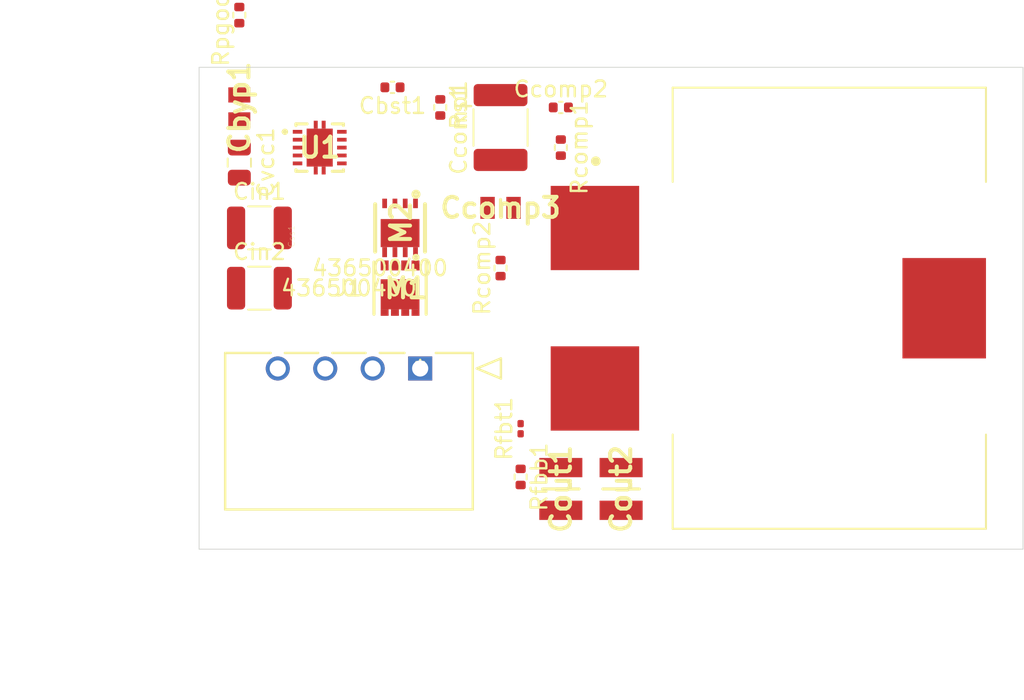
<source format=kicad_pcb>
(kicad_pcb (version 20171130) (host pcbnew "(5.1.10)-1")

  (general
    (thickness 1.6)
    (drawings 6)
    (tracks 0)
    (zones 0)
    (modules 22)
    (nets 15)
  )

  (page A4)
  (layers
    (0 F.Cu signal)
    (31 B.Cu signal)
    (32 B.Adhes user)
    (33 F.Adhes user)
    (34 B.Paste user)
    (35 F.Paste user)
    (36 B.SilkS user)
    (37 F.SilkS user)
    (38 B.Mask user)
    (39 F.Mask user)
    (40 Dwgs.User user)
    (41 Cmts.User user)
    (42 Eco1.User user)
    (43 Eco2.User user)
    (44 Edge.Cuts user)
    (45 Margin user)
    (46 B.CrtYd user)
    (47 F.CrtYd user)
    (48 B.Fab user)
    (49 F.Fab user)
  )

  (setup
    (last_trace_width 0.25)
    (user_trace_width 2)
    (trace_clearance 0.2)
    (zone_clearance 0.508)
    (zone_45_only no)
    (trace_min 0.2)
    (via_size 0.8)
    (via_drill 0.4)
    (via_min_size 0.4)
    (via_min_drill 0.3)
    (uvia_size 0.3)
    (uvia_drill 0.1)
    (uvias_allowed no)
    (uvia_min_size 0.2)
    (uvia_min_drill 0.1)
    (edge_width 0.05)
    (segment_width 0.2)
    (pcb_text_width 0.3)
    (pcb_text_size 1.5 1.5)
    (mod_edge_width 0.12)
    (mod_text_size 1 1)
    (mod_text_width 0.15)
    (pad_size 1.524 1.524)
    (pad_drill 0.762)
    (pad_to_mask_clearance 0)
    (aux_axis_origin 0 0)
    (visible_elements 7FFAFFDF)
    (pcbplotparams
      (layerselection 0x010fc_ffffffff)
      (usegerberextensions false)
      (usegerberattributes true)
      (usegerberadvancedattributes true)
      (creategerberjobfile true)
      (excludeedgelayer true)
      (linewidth 0.100000)
      (plotframeref false)
      (viasonmask false)
      (mode 1)
      (useauxorigin false)
      (hpglpennumber 1)
      (hpglpenspeed 20)
      (hpglpendiameter 15.000000)
      (psnegative false)
      (psa4output false)
      (plotreference true)
      (plotvalue true)
      (plotinvisibletext false)
      (padsonsilk false)
      (subtractmaskfromsilk false)
      (outputformat 1)
      (mirror false)
      (drillshape 1)
      (scaleselection 1)
      (outputdirectory ""))
  )

  (net 0 "")
  (net 1 "Net-(Cbst1-Pad2)")
  (net 2 "Net-(Cbst1-Pad1)")
  (net 3 Vin2)
  (net 4 "Net-(Cbyp1-Pad1)")
  (net 5 "Net-(Ccomp1-Pad2)")
  (net 6 "Net-(Ccomp1-Pad1)")
  (net 7 FB-1)
  (net 8 "Net-(Ccomp3-Pad1)")
  (net 9 Vin1)
  (net 10 Vout1)
  (net 11 "Net-(Css1-Pad1)")
  (net 12 "Net-(M1-Pad4)")
  (net 13 "Net-(M2-Pad4)")
  (net 14 "Net-(Rpgood1-Pad1)")

  (net_class Default "This is the default net class."
    (clearance 0.2)
    (trace_width 0.25)
    (via_dia 0.8)
    (via_drill 0.4)
    (uvia_dia 0.3)
    (uvia_drill 0.1)
    (add_net FB-1)
    (add_net "Net-(Cbst1-Pad1)")
    (add_net "Net-(Cbst1-Pad2)")
    (add_net "Net-(Cbyp1-Pad1)")
    (add_net "Net-(Ccomp1-Pad1)")
    (add_net "Net-(Ccomp1-Pad2)")
    (add_net "Net-(Ccomp3-Pad1)")
    (add_net "Net-(Css1-Pad1)")
    (add_net "Net-(M1-Pad4)")
    (add_net "Net-(M2-Pad4)")
    (add_net "Net-(Rpgood1-Pad1)")
    (add_net Vin1)
    (add_net Vin2)
    (add_net Vout1)
  )

  (module buck2_footprint_custom_library:436500400 (layer F.Cu) (tedit 0) (tstamp 60B51277)
    (at 64.77 102.87)
    (path /60B181C9)
    (fp_text reference J1 (at -4.499999 -5.08) (layer F.SilkS)
      (effects (font (size 1 1) (thickness 0.15)))
    )
    (fp_text value 436500400 (at -4.499999 -5.08) (layer F.SilkS)
      (effects (font (size 1 1) (thickness 0.15)))
    )
    (fp_line (start 4.594987 -2.250001) (end -13.594981 -2.250001) (layer F.CrtYd) (width 0.1524))
    (fp_line (start 4.594987 10.19) (end 4.594987 -2.250001) (layer F.CrtYd) (width 0.1524))
    (fp_line (start -13.594981 10.19) (end 4.594987 10.19) (layer F.CrtYd) (width 0.1524))
    (fp_line (start -13.594981 -2.250001) (end -13.594981 10.19) (layer F.CrtYd) (width 0.1524))
    (fp_line (start -9.447887 -0.980001) (end -12.324982 -0.980001) (layer F.SilkS) (width 0.1524))
    (fp_line (start -6.447888 -0.980001) (end -8.552107 -0.980001) (layer F.SilkS) (width 0.1524))
    (fp_line (start -3.447889 -0.980001) (end -5.552108 -0.980001) (layer F.SilkS) (width 0.1524))
    (fp_line (start -0.988924 -0.980001) (end -2.552109 -0.980001) (layer F.SilkS) (width 0.1524))
    (fp_line (start -12.324982 -0.980001) (end -12.324982 8.92) (layer F.Fab) (width 0.1524))
    (fp_line (start 3.324987 -0.980001) (end -12.324982 -0.980001) (layer F.Fab) (width 0.1524))
    (fp_line (start 3.324987 8.92) (end 3.324987 -0.980001) (layer F.Fab) (width 0.1524))
    (fp_line (start -12.324982 8.92) (end 3.324987 8.92) (layer F.Fab) (width 0.1524))
    (fp_line (start 3.324987 -0.980001) (end 0.988924 -0.980001) (layer F.SilkS) (width 0.1524))
    (fp_line (start 3.324987 8.92) (end 3.324987 -0.980001) (layer F.SilkS) (width 0.1524))
    (fp_line (start -12.324982 8.92) (end 3.324987 8.92) (layer F.SilkS) (width 0.1524))
    (fp_line (start -12.324982 -0.980001) (end -12.324982 8.92) (layer F.SilkS) (width 0.1524))
    (fp_line (start 5.102987 0.635) (end 3.578987 0) (layer F.SilkS) (width 0.1524))
    (fp_line (start 5.102987 -0.635) (end 5.102987 0.635) (layer F.SilkS) (width 0.1524))
    (fp_line (start 3.578987 0) (end 5.102987 -0.635) (layer F.SilkS) (width 0.1524))
    (fp_line (start 5.102987 0.635) (end 3.578987 0) (layer F.Fab) (width 0.1524))
    (fp_line (start 5.102987 -0.635) (end 5.102987 0.635) (layer F.Fab) (width 0.1524))
    (fp_line (start 3.578987 0) (end 5.102987 -0.635) (layer F.Fab) (width 0.1524))
    (fp_text user NPTH_DRILL_SIZE:_3.0_MM,_TOL:_+0.05/-0.05 (at -4.499999 15.4) (layer Dwgs.User)
      (effects (font (size 1 1) (thickness 0.15)))
    )
    (fp_text user PTH_DRILL_SIZE:_1.02_MM,_TOL:_+0.05/-0.05 (at -4.499999 12.86) (layer Dwgs.User)
      (effects (font (size 1 1) (thickness 0.15)))
    )
    (fp_text user 436500400 (at -2.54 -6.35) (layer F.SilkS)
      (effects (font (size 1 1) (thickness 0.15)))
    )
    (fp_text user 436500400 (at -4.499999 -10) (layer F.Fab)
      (effects (font (size 1 1) (thickness 0.15)))
    )
    (fp_text user * (at 0 0) (layer F.Fab)
      (effects (font (size 1 1) (thickness 0.15)))
    )
    (fp_text user * (at 0 0) (layer F.SilkS)
      (effects (font (size 1 1) (thickness 0.15)))
    )
    (fp_text user "Copyright 2016 Accelerated Designs. All rights reserved." (at 0 0) (layer Cmts.User)
      (effects (font (size 0.127 0.127) (thickness 0.002)))
    )
    (pad M2 np_thru_hole circle (at -6.849999 4.319999) (size 2.999999 2.999999) (drill 2.999999) (layers *.Cu *.Mask))
    (pad M1 np_thru_hole circle (at -2.150008 4.319999) (size 2.999999 2.999999) (drill 2.999999) (layers *.Cu *.Mask))
    (pad 4 thru_hole circle (at -8.999997 0) (size 1.52 1.52) (drill 1.02) (layers *.Cu *.Mask)
      (net 9 Vin1))
    (pad 3 thru_hole circle (at -5.999998 0) (size 1.52 1.52) (drill 1.02) (layers *.Cu *.Mask)
      (net 3 Vin2))
    (pad 2 thru_hole circle (at -2.999999 0) (size 1.52 1.52) (drill 1.02) (layers *.Cu *.Mask)
      (net 3 Vin2))
    (pad 1 thru_hole rect (at 0 0) (size 1.52 1.52) (drill 1.02) (layers *.Cu *.Mask)
      (net 10 Vout1))
  )

  (module buck2_footprint_custom_library:TPS40303DRCR (layer F.Cu) (tedit 0) (tstamp 60B50F0B)
    (at 58.42 88.9)
    (descr TPS40303DRCR-4)
    (tags "Integrated Circuit")
    (path /60AA79C7)
    (attr smd)
    (fp_text reference U1 (at 0 0) (layer F.SilkS)
      (effects (font (size 1.27 1.27) (thickness 0.254)))
    )
    (fp_text value TPS40303DRCR (at 5.08 0) (layer F.SilkS) hide
      (effects (font (size 1.27 1.27) (thickness 0.254)))
    )
    (fp_text user %R (at 0 0) (layer F.Fab)
      (effects (font (size 1.27 1.27) (thickness 0.254)))
    )
    (fp_arc (start -2.2 -1) (end -2.1 -1) (angle -180) (layer F.SilkS) (width 0.2))
    (fp_arc (start -2.2 -1) (end -2.3 -1) (angle -180) (layer F.SilkS) (width 0.2))
    (fp_line (start -1.5 -1.5) (end 1.5 -1.5) (layer F.Fab) (width 0.1))
    (fp_line (start 1.5 -1.5) (end 1.5 1.5) (layer F.Fab) (width 0.1))
    (fp_line (start 1.5 1.5) (end -1.5 1.5) (layer F.Fab) (width 0.1))
    (fp_line (start -1.5 1.5) (end -1.5 -1.5) (layer F.Fab) (width 0.1))
    (fp_line (start -2.7 -2.7) (end 2.7 -2.7) (layer F.CrtYd) (width 0.1))
    (fp_line (start 2.7 -2.7) (end 2.7 2.7) (layer F.CrtYd) (width 0.1))
    (fp_line (start 2.7 2.7) (end -2.7 2.7) (layer F.CrtYd) (width 0.1))
    (fp_line (start -2.7 2.7) (end -2.7 -2.7) (layer F.CrtYd) (width 0.1))
    (fp_line (start -2.1 -1) (end -2.1 -1) (layer F.SilkS) (width 0.2))
    (fp_line (start -2.3 -1) (end -2.3 -1) (layer F.SilkS) (width 0.2))
    (fp_line (start -0.8 1.5) (end -1.5 1.5) (layer F.SilkS) (width 0.2))
    (fp_line (start -1.5 1.5) (end -1.5 1.4) (layer F.SilkS) (width 0.2))
    (fp_line (start 0.8 1.5) (end 1.5 1.5) (layer F.SilkS) (width 0.2))
    (fp_line (start 1.5 1.5) (end 1.5 1.4) (layer F.SilkS) (width 0.2))
    (fp_line (start -0.8 -1.5) (end -1.5 -1.5) (layer F.SilkS) (width 0.2))
    (fp_line (start -1.5 -1.5) (end -1.5 -1.4) (layer F.SilkS) (width 0.2))
    (fp_line (start 0.8 -1.5) (end 1.5 -1.5) (layer F.SilkS) (width 0.2))
    (fp_line (start 1.5 -1.5) (end 1.5 -1.45) (layer F.SilkS) (width 0.2))
    (fp_line (start 1.5 -1.45) (end 1.5 -1.4) (layer F.SilkS) (width 0.2))
    (pad 1 smd rect (at -1.4 -1 90) (size 0.24 0.6) (layers F.Cu F.Paste F.Mask)
      (net 9 Vin1))
    (pad 2 smd rect (at -1.4 -0.5 90) (size 0.24 0.6) (layers F.Cu F.Paste F.Mask)
      (net 11 "Net-(Css1-Pad1)"))
    (pad 3 smd rect (at -1.4 0 90) (size 0.24 0.6) (layers F.Cu F.Paste F.Mask)
      (net 14 "Net-(Rpgood1-Pad1)"))
    (pad 4 smd rect (at -1.4 0.5 90) (size 0.24 0.6) (layers F.Cu F.Paste F.Mask)
      (net 5 "Net-(Ccomp1-Pad2)"))
    (pad 5 smd rect (at -1.4 1 90) (size 0.24 0.6) (layers F.Cu F.Paste F.Mask)
      (net 7 FB-1))
    (pad 6 smd rect (at 1.4 1 90) (size 0.24 0.6) (layers F.Cu F.Paste F.Mask)
      (net 2 "Net-(Cbst1-Pad1)"))
    (pad 7 smd rect (at 1.4 0.5 90) (size 0.24 0.6) (layers F.Cu F.Paste F.Mask)
      (net 12 "Net-(M1-Pad4)"))
    (pad 8 smd rect (at 1.4 0 90) (size 0.24 0.6) (layers F.Cu F.Paste F.Mask)
      (net 1 "Net-(Cbst1-Pad2)"))
    (pad 9 smd rect (at 1.4 -0.5 90) (size 0.24 0.6) (layers F.Cu F.Paste F.Mask)
      (net 13 "Net-(M2-Pad4)"))
    (pad 10 smd rect (at 1.4 -1 90) (size 0.24 0.6) (layers F.Cu F.Paste F.Mask)
      (net 4 "Net-(Cbyp1-Pad1)"))
    (pad 11 smd rect (at 0 0) (size 1.65 2.4) (layers F.Cu F.Paste F.Mask)
      (net 3 Vin2))
    (pad 12 smd rect (at -0.25 1.45) (size 0.25 0.5) (layers F.Cu F.Paste F.Mask)
      (net 3 Vin2))
    (pad 13 smd rect (at 0.25 1.45) (size 0.25 0.5) (layers F.Cu F.Paste F.Mask)
      (net 3 Vin2))
    (pad 14 smd rect (at 0.25 -1.45) (size 0.25 0.5) (layers F.Cu F.Paste F.Mask)
      (net 3 Vin2))
    (pad 15 smd rect (at -0.25 -1.45) (size 0.25 0.5) (layers F.Cu F.Paste F.Mask)
      (net 3 Vin2))
    (model TPS40303DRCR.stp
      (at (xyz 0 0 0))
      (scale (xyz 1 1 1))
      (rotate (xyz 0 0 0))
    )
  )

  (module Resistor_SMD:R_0402_1005Metric (layer F.Cu) (tedit 5F68FEEE) (tstamp 60B50FFB)
    (at 66.04 86.36 270)
    (descr "Resistor SMD 0402 (1005 Metric), square (rectangular) end terminal, IPC_7351 nominal, (Body size source: IPC-SM-782 page 72, https://www.pcb-3d.com/wordpress/wp-content/uploads/ipc-sm-782a_amendment_1_and_2.pdf), generated with kicad-footprint-generator")
    (tags resistor)
    (path /60AAF2C6)
    (attr smd)
    (fp_text reference Rs1 (at 0 -1.17 90) (layer F.SilkS)
      (effects (font (size 1 1) (thickness 0.15)))
    )
    (fp_text value 1.87kOhm (at 0 1.17 90) (layer F.Fab)
      (effects (font (size 1 1) (thickness 0.15)))
    )
    (fp_line (start 0.93 0.47) (end -0.93 0.47) (layer F.CrtYd) (width 0.05))
    (fp_line (start 0.93 -0.47) (end 0.93 0.47) (layer F.CrtYd) (width 0.05))
    (fp_line (start -0.93 -0.47) (end 0.93 -0.47) (layer F.CrtYd) (width 0.05))
    (fp_line (start -0.93 0.47) (end -0.93 -0.47) (layer F.CrtYd) (width 0.05))
    (fp_line (start -0.153641 0.38) (end 0.153641 0.38) (layer F.SilkS) (width 0.12))
    (fp_line (start -0.153641 -0.38) (end 0.153641 -0.38) (layer F.SilkS) (width 0.12))
    (fp_line (start 0.525 0.27) (end -0.525 0.27) (layer F.Fab) (width 0.1))
    (fp_line (start 0.525 -0.27) (end 0.525 0.27) (layer F.Fab) (width 0.1))
    (fp_line (start -0.525 -0.27) (end 0.525 -0.27) (layer F.Fab) (width 0.1))
    (fp_line (start -0.525 0.27) (end -0.525 -0.27) (layer F.Fab) (width 0.1))
    (fp_text user %R (at 0 0 90) (layer F.Fab)
      (effects (font (size 0.26 0.26) (thickness 0.04)))
    )
    (pad 2 smd roundrect (at 0.51 0 270) (size 0.54 0.64) (layers F.Cu F.Paste F.Mask) (roundrect_rratio 0.25)
      (net 3 Vin2))
    (pad 1 smd roundrect (at -0.51 0 270) (size 0.54 0.64) (layers F.Cu F.Paste F.Mask) (roundrect_rratio 0.25)
      (net 13 "Net-(M2-Pad4)"))
    (model ${KISYS3DMOD}/Resistor_SMD.3dshapes/R_0402_1005Metric.wrl
      (at (xyz 0 0 0))
      (scale (xyz 1 1 1))
      (rotate (xyz 0 0 0))
    )
  )

  (module Resistor_SMD:R_0402_1005Metric (layer F.Cu) (tedit 5F68FEEE) (tstamp 60B50F6B)
    (at 53.34 80.52 90)
    (descr "Resistor SMD 0402 (1005 Metric), square (rectangular) end terminal, IPC_7351 nominal, (Body size source: IPC-SM-782 page 72, https://www.pcb-3d.com/wordpress/wp-content/uploads/ipc-sm-782a_amendment_1_and_2.pdf), generated with kicad-footprint-generator")
    (tags resistor)
    (path /60AAEF86)
    (attr smd)
    (fp_text reference Rpgood1 (at 0 -1.17 90) (layer F.SilkS)
      (effects (font (size 1 1) (thickness 0.15)))
    )
    (fp_text value 100kOhm (at 0 1.17 90) (layer F.Fab)
      (effects (font (size 1 1) (thickness 0.15)))
    )
    (fp_line (start 0.93 0.47) (end -0.93 0.47) (layer F.CrtYd) (width 0.05))
    (fp_line (start 0.93 -0.47) (end 0.93 0.47) (layer F.CrtYd) (width 0.05))
    (fp_line (start -0.93 -0.47) (end 0.93 -0.47) (layer F.CrtYd) (width 0.05))
    (fp_line (start -0.93 0.47) (end -0.93 -0.47) (layer F.CrtYd) (width 0.05))
    (fp_line (start -0.153641 0.38) (end 0.153641 0.38) (layer F.SilkS) (width 0.12))
    (fp_line (start -0.153641 -0.38) (end 0.153641 -0.38) (layer F.SilkS) (width 0.12))
    (fp_line (start 0.525 0.27) (end -0.525 0.27) (layer F.Fab) (width 0.1))
    (fp_line (start 0.525 -0.27) (end 0.525 0.27) (layer F.Fab) (width 0.1))
    (fp_line (start -0.525 -0.27) (end 0.525 -0.27) (layer F.Fab) (width 0.1))
    (fp_line (start -0.525 0.27) (end -0.525 -0.27) (layer F.Fab) (width 0.1))
    (fp_text user %R (at 0 0 90) (layer F.Fab)
      (effects (font (size 0.26 0.26) (thickness 0.04)))
    )
    (pad 2 smd roundrect (at 0.51 0 90) (size 0.54 0.64) (layers F.Cu F.Paste F.Mask) (roundrect_rratio 0.25)
      (net 4 "Net-(Cbyp1-Pad1)"))
    (pad 1 smd roundrect (at -0.51 0 90) (size 0.54 0.64) (layers F.Cu F.Paste F.Mask) (roundrect_rratio 0.25)
      (net 14 "Net-(Rpgood1-Pad1)"))
    (model ${KISYS3DMOD}/Resistor_SMD.3dshapes/R_0402_1005Metric.wrl
      (at (xyz 0 0 0))
      (scale (xyz 1 1 1))
      (rotate (xyz 0 0 0))
    )
  )

  (module Resistor_SMD:R_0201_0603Metric (layer F.Cu) (tedit 5F68FEEE) (tstamp 60B50FCB)
    (at 71.12 106.68 90)
    (descr "Resistor SMD 0201 (0603 Metric), square (rectangular) end terminal, IPC_7351 nominal, (Body size source: https://www.vishay.com/docs/20052/crcw0201e3.pdf), generated with kicad-footprint-generator")
    (tags resistor)
    (path /60AAFF8A)
    (attr smd)
    (fp_text reference Rfbt1 (at 0 -1.05 90) (layer F.SilkS)
      (effects (font (size 1 1) (thickness 0.15)))
    )
    (fp_text value 10kOhm (at 0 1.05 90) (layer F.Fab)
      (effects (font (size 1 1) (thickness 0.15)))
    )
    (fp_line (start 0.7 0.35) (end -0.7 0.35) (layer F.CrtYd) (width 0.05))
    (fp_line (start 0.7 -0.35) (end 0.7 0.35) (layer F.CrtYd) (width 0.05))
    (fp_line (start -0.7 -0.35) (end 0.7 -0.35) (layer F.CrtYd) (width 0.05))
    (fp_line (start -0.7 0.35) (end -0.7 -0.35) (layer F.CrtYd) (width 0.05))
    (fp_line (start 0.3 0.15) (end -0.3 0.15) (layer F.Fab) (width 0.1))
    (fp_line (start 0.3 -0.15) (end 0.3 0.15) (layer F.Fab) (width 0.1))
    (fp_line (start -0.3 -0.15) (end 0.3 -0.15) (layer F.Fab) (width 0.1))
    (fp_line (start -0.3 0.15) (end -0.3 -0.15) (layer F.Fab) (width 0.1))
    (fp_text user %R (at 0 -0.68 90) (layer F.Fab)
      (effects (font (size 0.25 0.25) (thickness 0.04)))
    )
    (pad 2 smd roundrect (at 0.32 0 90) (size 0.46 0.4) (layers F.Cu F.Mask) (roundrect_rratio 0.25)
      (net 7 FB-1))
    (pad 1 smd roundrect (at -0.32 0 90) (size 0.46 0.4) (layers F.Cu F.Mask) (roundrect_rratio 0.25)
      (net 10 Vout1))
    (pad "" smd roundrect (at 0.345 0 90) (size 0.318 0.36) (layers F.Paste) (roundrect_rratio 0.25))
    (pad "" smd roundrect (at -0.345 0 90) (size 0.318 0.36) (layers F.Paste) (roundrect_rratio 0.25))
    (model ${KISYS3DMOD}/Resistor_SMD.3dshapes/R_0201_0603Metric.wrl
      (at (xyz 0 0 0))
      (scale (xyz 1 1 1))
      (rotate (xyz 0 0 0))
    )
  )

  (module Resistor_SMD:R_0402_1005Metric (layer F.Cu) (tedit 5F68FEEE) (tstamp 60B50F9B)
    (at 71.12 109.73 270)
    (descr "Resistor SMD 0402 (1005 Metric), square (rectangular) end terminal, IPC_7351 nominal, (Body size source: IPC-SM-782 page 72, https://www.pcb-3d.com/wordpress/wp-content/uploads/ipc-sm-782a_amendment_1_and_2.pdf), generated with kicad-footprint-generator")
    (tags resistor)
    (path /60AAF7FE)
    (attr smd)
    (fp_text reference Rfbb1 (at 0 -1.17 90) (layer F.SilkS)
      (effects (font (size 1 1) (thickness 0.15)))
    )
    (fp_text value 715Ohm (at 0 1.17 90) (layer F.Fab)
      (effects (font (size 1 1) (thickness 0.15)))
    )
    (fp_line (start 0.93 0.47) (end -0.93 0.47) (layer F.CrtYd) (width 0.05))
    (fp_line (start 0.93 -0.47) (end 0.93 0.47) (layer F.CrtYd) (width 0.05))
    (fp_line (start -0.93 -0.47) (end 0.93 -0.47) (layer F.CrtYd) (width 0.05))
    (fp_line (start -0.93 0.47) (end -0.93 -0.47) (layer F.CrtYd) (width 0.05))
    (fp_line (start -0.153641 0.38) (end 0.153641 0.38) (layer F.SilkS) (width 0.12))
    (fp_line (start -0.153641 -0.38) (end 0.153641 -0.38) (layer F.SilkS) (width 0.12))
    (fp_line (start 0.525 0.27) (end -0.525 0.27) (layer F.Fab) (width 0.1))
    (fp_line (start 0.525 -0.27) (end 0.525 0.27) (layer F.Fab) (width 0.1))
    (fp_line (start -0.525 -0.27) (end 0.525 -0.27) (layer F.Fab) (width 0.1))
    (fp_line (start -0.525 0.27) (end -0.525 -0.27) (layer F.Fab) (width 0.1))
    (fp_text user %R (at 0 0 90) (layer F.Fab)
      (effects (font (size 0.26 0.26) (thickness 0.04)))
    )
    (pad 2 smd roundrect (at 0.51 0 270) (size 0.54 0.64) (layers F.Cu F.Paste F.Mask) (roundrect_rratio 0.25)
      (net 3 Vin2))
    (pad 1 smd roundrect (at -0.51 0 270) (size 0.54 0.64) (layers F.Cu F.Paste F.Mask) (roundrect_rratio 0.25)
      (net 7 FB-1))
    (model ${KISYS3DMOD}/Resistor_SMD.3dshapes/R_0402_1005Metric.wrl
      (at (xyz 0 0 0))
      (scale (xyz 1 1 1))
      (rotate (xyz 0 0 0))
    )
  )

  (module Resistor_SMD:R_0402_1005Metric (layer F.Cu) (tedit 5F68FEEE) (tstamp 60B50EC3)
    (at 69.85 96.52 90)
    (descr "Resistor SMD 0402 (1005 Metric), square (rectangular) end terminal, IPC_7351 nominal, (Body size source: IPC-SM-782 page 72, https://www.pcb-3d.com/wordpress/wp-content/uploads/ipc-sm-782a_amendment_1_and_2.pdf), generated with kicad-footprint-generator")
    (tags resistor)
    (path /60AB93E4)
    (attr smd)
    (fp_text reference Rcomp2 (at 0 -1.17 90) (layer F.SilkS)
      (effects (font (size 1 1) (thickness 0.15)))
    )
    (fp_text value 191Ohm (at 0 1.17 180) (layer F.Fab)
      (effects (font (size 1 1) (thickness 0.15)))
    )
    (fp_line (start 0.93 0.47) (end -0.93 0.47) (layer F.CrtYd) (width 0.05))
    (fp_line (start 0.93 -0.47) (end 0.93 0.47) (layer F.CrtYd) (width 0.05))
    (fp_line (start -0.93 -0.47) (end 0.93 -0.47) (layer F.CrtYd) (width 0.05))
    (fp_line (start -0.93 0.47) (end -0.93 -0.47) (layer F.CrtYd) (width 0.05))
    (fp_line (start -0.153641 0.38) (end 0.153641 0.38) (layer F.SilkS) (width 0.12))
    (fp_line (start -0.153641 -0.38) (end 0.153641 -0.38) (layer F.SilkS) (width 0.12))
    (fp_line (start 0.525 0.27) (end -0.525 0.27) (layer F.Fab) (width 0.1))
    (fp_line (start 0.525 -0.27) (end 0.525 0.27) (layer F.Fab) (width 0.1))
    (fp_line (start -0.525 -0.27) (end 0.525 -0.27) (layer F.Fab) (width 0.1))
    (fp_line (start -0.525 0.27) (end -0.525 -0.27) (layer F.Fab) (width 0.1))
    (fp_text user %R (at 0 0 90) (layer F.Fab)
      (effects (font (size 0.26 0.26) (thickness 0.04)))
    )
    (pad 2 smd roundrect (at 0.51 0 90) (size 0.54 0.64) (layers F.Cu F.Paste F.Mask) (roundrect_rratio 0.25)
      (net 8 "Net-(Ccomp3-Pad1)"))
    (pad 1 smd roundrect (at -0.51 0 90) (size 0.54 0.64) (layers F.Cu F.Paste F.Mask) (roundrect_rratio 0.25)
      (net 10 Vout1))
    (model ${KISYS3DMOD}/Resistor_SMD.3dshapes/R_0402_1005Metric.wrl
      (at (xyz 0 0 0))
      (scale (xyz 1 1 1))
      (rotate (xyz 0 0 0))
    )
  )

  (module Resistor_SMD:R_0402_1005Metric (layer F.Cu) (tedit 5F68FEEE) (tstamp 60B510B8)
    (at 73.66 88.9 270)
    (descr "Resistor SMD 0402 (1005 Metric), square (rectangular) end terminal, IPC_7351 nominal, (Body size source: IPC-SM-782 page 72, https://www.pcb-3d.com/wordpress/wp-content/uploads/ipc-sm-782a_amendment_1_and_2.pdf), generated with kicad-footprint-generator")
    (tags resistor)
    (path /60AAE3A2)
    (attr smd)
    (fp_text reference Rcomp1 (at 0 -1.17 90) (layer F.SilkS)
      (effects (font (size 1 1) (thickness 0.15)))
    )
    (fp_text value 2.43kOhm (at 0 1.17 90) (layer F.Fab)
      (effects (font (size 1 1) (thickness 0.15)))
    )
    (fp_line (start 0.93 0.47) (end -0.93 0.47) (layer F.CrtYd) (width 0.05))
    (fp_line (start 0.93 -0.47) (end 0.93 0.47) (layer F.CrtYd) (width 0.05))
    (fp_line (start -0.93 -0.47) (end 0.93 -0.47) (layer F.CrtYd) (width 0.05))
    (fp_line (start -0.93 0.47) (end -0.93 -0.47) (layer F.CrtYd) (width 0.05))
    (fp_line (start -0.153641 0.38) (end 0.153641 0.38) (layer F.SilkS) (width 0.12))
    (fp_line (start -0.153641 -0.38) (end 0.153641 -0.38) (layer F.SilkS) (width 0.12))
    (fp_line (start 0.525 0.27) (end -0.525 0.27) (layer F.Fab) (width 0.1))
    (fp_line (start 0.525 -0.27) (end 0.525 0.27) (layer F.Fab) (width 0.1))
    (fp_line (start -0.525 -0.27) (end 0.525 -0.27) (layer F.Fab) (width 0.1))
    (fp_line (start -0.525 0.27) (end -0.525 -0.27) (layer F.Fab) (width 0.1))
    (fp_text user %R (at 0 0 90) (layer F.Fab)
      (effects (font (size 0.26 0.26) (thickness 0.04)))
    )
    (pad 2 smd roundrect (at 0.51 0 270) (size 0.54 0.64) (layers F.Cu F.Paste F.Mask) (roundrect_rratio 0.25)
      (net 7 FB-1))
    (pad 1 smd roundrect (at -0.51 0 270) (size 0.54 0.64) (layers F.Cu F.Paste F.Mask) (roundrect_rratio 0.25)
      (net 6 "Net-(Ccomp1-Pad1)"))
    (model ${KISYS3DMOD}/Resistor_SMD.3dshapes/R_0402_1005Metric.wrl
      (at (xyz 0 0 0))
      (scale (xyz 1 1 1))
      (rotate (xyz 0 0 0))
    )
  )

  (module buck2_footprint_custom_library:Q3A (layer F.Cu) (tedit 0) (tstamp 60B511D6)
    (at 63.5 93.98 270)
    (descr Q3A)
    (tags "MOSFET (N-Channel)")
    (path /60AE1043)
    (attr smd)
    (fp_text reference M2 (at -0.329 -0.055 90) (layer F.SilkS)
      (effects (font (size 1.27 1.27) (thickness 0.254)))
    )
    (fp_text value 30V,35Amps (at -0.329 -0.055 90) (layer F.SilkS) hide
      (effects (font (size 1.27 1.27) (thickness 0.254)))
    )
    (fp_circle (center -2.13 -1.006) (end -2.13 -0.97369) (layer F.SilkS) (width 0.254))
    (fp_line (start 1.5 1.575) (end -1.5 1.575) (layer F.SilkS) (width 0.254))
    (fp_line (start -1.5 -1.575) (end 1.5 -1.575) (layer F.SilkS) (width 0.254))
    (fp_line (start -1.5 1.575) (end -1.5 -1.575) (layer F.Fab) (width 0.254))
    (fp_line (start 1.5 1.575) (end -1.5 1.575) (layer F.Fab) (width 0.254))
    (fp_line (start 1.5 -1.575) (end 1.5 1.575) (layer F.Fab) (width 0.254))
    (fp_line (start -1.5 -1.575) (end 1.5 -1.575) (layer F.Fab) (width 0.254))
    (fp_text user %R (at -0.329 -0.055 90) (layer F.Fab)
      (effects (font (size 1.27 1.27) (thickness 0.254)))
    )
    (pad 9 smd rect (at 0.3275 0 270) (size 1.775 2.45) (layers F.Cu F.Paste F.Mask))
    (pad 8 smd rect (at 1.5325 -0.975) (size 0.3 0.635) (layers F.Cu F.Paste F.Mask)
      (net 1 "Net-(Cbst1-Pad2)"))
    (pad 7 smd rect (at 1.5325 -0.325) (size 0.3 0.635) (layers F.Cu F.Paste F.Mask)
      (net 1 "Net-(Cbst1-Pad2)"))
    (pad 6 smd rect (at 1.5325 0.325) (size 0.3 0.635) (layers F.Cu F.Paste F.Mask)
      (net 1 "Net-(Cbst1-Pad2)"))
    (pad 5 smd rect (at 1.5325 0.975) (size 0.3 0.635) (layers F.Cu F.Paste F.Mask)
      (net 1 "Net-(Cbst1-Pad2)"))
    (pad 4 smd rect (at -1.55 0.975) (size 0.3 0.6) (layers F.Cu F.Paste F.Mask)
      (net 13 "Net-(M2-Pad4)"))
    (pad 3 smd rect (at -1.55 0.325) (size 0.3 0.6) (layers F.Cu F.Paste F.Mask)
      (net 3 Vin2))
    (pad 2 smd rect (at -1.55 -0.325) (size 0.3 0.6) (layers F.Cu F.Paste F.Mask)
      (net 3 Vin2))
    (pad 1 smd rect (at -1.55 -0.975) (size 0.3 0.6) (layers F.Cu F.Paste F.Mask)
      (net 3 Vin2))
  )

  (module buck2_footprint_custom_library:DQG_VSON-CLIP (layer F.Cu) (tedit 0) (tstamp 60B51119)
    (at 63.5 97.79 180)
    (descr DQG_VSON-CLIP)
    (tags "MOSFET (N-Channel)")
    (path /60AE00A4)
    (attr smd)
    (fp_text reference M1 (at -0.36791 -0.00685) (layer F.SilkS)
      (effects (font (size 1.27 1.27) (thickness 0.254)))
    )
    (fp_text value 30V,56Amps (at -0.36791 -0.00685) (layer F.SilkS) hide
      (effects (font (size 1.27 1.27) (thickness 0.254)))
    )
    (fp_circle (center -1.001 1.946) (end -1.001 1.973) (layer F.SilkS) (width 0.2))
    (fp_line (start 1.65 1.65) (end 1.65 -1.65) (layer F.SilkS) (width 0.2))
    (fp_line (start -1.65 -1.65) (end -1.65 1.65) (layer F.SilkS) (width 0.2))
    (fp_line (start -1.65 1.65) (end -1.65 -1.65) (layer F.Fab) (width 0.2))
    (fp_line (start 1.65 1.65) (end -1.65 1.65) (layer F.Fab) (width 0.2))
    (fp_line (start 1.65 -1.65) (end 1.65 1.65) (layer F.Fab) (width 0.2))
    (fp_line (start -1.65 -1.65) (end 1.65 -1.65) (layer F.Fab) (width 0.2))
    (fp_text user %R (at -0.36791 -0.00685) (layer F.Fab)
      (effects (font (size 1.27 1.27) (thickness 0.254)))
    )
    (pad 1 smd rect (at -0.975 1.435 180) (size 0.5 0.63) (layers F.Cu F.Paste F.Mask)
      (net 1 "Net-(Cbst1-Pad2)"))
    (pad 2 smd rect (at -0.325 1.435 180) (size 0.5 0.63) (layers F.Cu F.Paste F.Mask)
      (net 1 "Net-(Cbst1-Pad2)"))
    (pad 3 smd rect (at 0.325 1.435 180) (size 0.5 0.63) (layers F.Cu F.Paste F.Mask)
      (net 1 "Net-(Cbst1-Pad2)"))
    (pad 4 smd rect (at 0.975 1.435 180) (size 0.5 0.63) (layers F.Cu F.Paste F.Mask)
      (net 12 "Net-(M1-Pad4)"))
    (pad 5 smd rect (at 0.975 -1.545 270) (size 0.41 0.5) (layers F.Cu F.Paste F.Mask)
      (net 9 Vin1))
    (pad 6 smd rect (at 0.325 -1.545 270) (size 0.41 0.5) (layers F.Cu F.Paste F.Mask)
      (net 9 Vin1))
    (pad 7 smd rect (at -0.325 -1.545 270) (size 0.41 0.5) (layers F.Cu F.Paste F.Mask)
      (net 9 Vin1))
    (pad 8 smd rect (at -0.975 -1.545 270) (size 0.41 0.5) (layers F.Cu F.Paste F.Mask)
      (net 9 Vin1))
    (pad 9 smd rect (at 0 -0.39 270) (size 1.9 2.45) (layers F.Cu F.Paste F.Mask))
  )

  (module buck2_footprint_custom_library:IND_SER2915L-223KL (layer F.Cu) (tedit 60B2533D) (tstamp 60B51219)
    (at 90.17 99.06 270)
    (path /60B2800C)
    (fp_text reference L1 (at -10.795 -13.335 90) (layer F.SilkS)
      (effects (font (size 1 1) (thickness 0.015)))
    )
    (fp_text value SER2915L-223KL (at 3.81 18.415 90) (layer F.Fab)
      (effects (font (size 1 1) (thickness 0.015)))
    )
    (fp_circle (center -9.3 14.3) (end -9.15 14.3) (layer F.Fab) (width 0.3))
    (fp_circle (center -9.3 14.3) (end -9.15 14.3) (layer F.SilkS) (width 0.3))
    (fp_circle (center -9.3 14.3) (end -9.15 14.3) (layer F.SilkS) (width 0.3))
    (fp_line (start -14.2 9.69) (end -14.2 -11.85) (layer F.CrtYd) (width 0.05))
    (fp_line (start -7.99 9.69) (end -14.2 9.69) (layer F.CrtYd) (width 0.05))
    (fp_line (start -7.99 17.4) (end -7.99 9.69) (layer F.CrtYd) (width 0.05))
    (fp_line (start 7.99 17.4) (end -7.99 17.4) (layer F.CrtYd) (width 0.05))
    (fp_line (start 7.99 9.69) (end 7.99 17.4) (layer F.CrtYd) (width 0.05))
    (fp_line (start 14.2 9.69) (end 7.99 9.69) (layer F.CrtYd) (width 0.05))
    (fp_line (start 14.2 -11.85) (end 14.2 9.69) (layer F.CrtYd) (width 0.05))
    (fp_line (start -14.2 -11.85) (end 14.2 -11.85) (layer F.CrtYd) (width 0.05))
    (fp_line (start -7.99 9.44) (end -13.95 9.44) (layer F.SilkS) (width 0.127))
    (fp_line (start 13.95 9.44) (end 7.99 9.44) (layer F.SilkS) (width 0.127))
    (fp_line (start 13.95 -10.36) (end 13.95 9.44) (layer F.SilkS) (width 0.127))
    (fp_line (start -13.95 9.44) (end -13.95 -10.36) (layer F.SilkS) (width 0.127))
    (fp_line (start 7.99 -10.36) (end 13.95 -10.36) (layer F.SilkS) (width 0.127))
    (fp_line (start -13.95 -10.36) (end -7.99 -10.36) (layer F.SilkS) (width 0.127))
    (fp_line (start -13.95 9.44) (end -13.95 -10.36) (layer F.Fab) (width 0.127))
    (fp_line (start 13.95 9.44) (end -13.95 9.44) (layer F.Fab) (width 0.127))
    (fp_line (start 13.95 -10.36) (end 13.95 9.44) (layer F.Fab) (width 0.127))
    (fp_line (start -13.95 -10.36) (end 13.95 -10.36) (layer F.Fab) (width 0.127))
    (pad 1 smd rect (at -5.075 14.355 270) (size 5.33 5.59) (layers F.Cu F.Paste F.Mask)
      (net 1 "Net-(Cbst1-Pad2)"))
    (pad 2 smd rect (at 5.075 14.355 270) (size 5.33 5.59) (layers F.Cu F.Paste F.Mask)
      (net 10 Vout1))
    (pad 3 smd rect (at 0 -7.72 270) (size 6.35 5.28) (layers F.Cu F.Paste F.Mask))
  )

  (module Capacitor_SMD:C_0805_2012Metric (layer F.Cu) (tedit 5F68FEEE) (tstamp 60B51151)
    (at 53.34 89.85 270)
    (descr "Capacitor SMD 0805 (2012 Metric), square (rectangular) end terminal, IPC_7351 nominal, (Body size source: IPC-SM-782 page 76, https://www.pcb-3d.com/wordpress/wp-content/uploads/ipc-sm-782a_amendment_1_and_2.pdf, https://docs.google.com/spreadsheets/d/1BsfQQcO9C6DZCsRaXUlFlo91Tg2WpOkGARC1WS5S8t0/edit?usp=sharing), generated with kicad-footprint-generator")
    (tags capacitor)
    (path /60AACC27)
    (attr smd)
    (fp_text reference Cvcc1 (at 0 -1.68 90) (layer F.SilkS)
      (effects (font (size 1 1) (thickness 0.15)))
    )
    (fp_text value 1uF,1mOhm (at -2.54 -1.27 90) (layer F.Fab)
      (effects (font (size 1 1) (thickness 0.15)))
    )
    (fp_line (start 1.7 0.98) (end -1.7 0.98) (layer F.CrtYd) (width 0.05))
    (fp_line (start 1.7 -0.98) (end 1.7 0.98) (layer F.CrtYd) (width 0.05))
    (fp_line (start -1.7 -0.98) (end 1.7 -0.98) (layer F.CrtYd) (width 0.05))
    (fp_line (start -1.7 0.98) (end -1.7 -0.98) (layer F.CrtYd) (width 0.05))
    (fp_line (start -0.261252 0.735) (end 0.261252 0.735) (layer F.SilkS) (width 0.12))
    (fp_line (start -0.261252 -0.735) (end 0.261252 -0.735) (layer F.SilkS) (width 0.12))
    (fp_line (start 1 0.625) (end -1 0.625) (layer F.Fab) (width 0.1))
    (fp_line (start 1 -0.625) (end 1 0.625) (layer F.Fab) (width 0.1))
    (fp_line (start -1 -0.625) (end 1 -0.625) (layer F.Fab) (width 0.1))
    (fp_line (start -1 0.625) (end -1 -0.625) (layer F.Fab) (width 0.1))
    (fp_text user %R (at 0 0 90) (layer F.Fab)
      (effects (font (size 0.5 0.5) (thickness 0.08)))
    )
    (pad 2 smd roundrect (at 0.95 0 270) (size 1 1.45) (layers F.Cu F.Paste F.Mask) (roundrect_rratio 0.25)
      (net 9 Vin1))
    (pad 1 smd roundrect (at -0.95 0 270) (size 1 1.45) (layers F.Cu F.Paste F.Mask) (roundrect_rratio 0.25)
      (net 3 Vin2))
    (model ${KISYS3DMOD}/Capacitor_SMD.3dshapes/C_0805_2012Metric.wrl
      (at (xyz 0 0 0))
      (scale (xyz 1 1 1))
      (rotate (xyz 0 0 0))
    )
  )

  (module buck2_footprint_custom_library:CAPC0603X33N (layer F.Cu) (tedit 60B266C4) (tstamp 60B5117E)
    (at 55.88 93.98 270)
    (path /60B291E6)
    (fp_text reference Css1 (at 0.53 -0.76 90) (layer F.SilkS)
      (effects (font (size 0.393701 0.393701) (thickness 0.015)))
    )
    (fp_text value 3.3nF,1mOhm (at 2.28 0.76 90) (layer F.Fab)
      (effects (font (size 0.393701 0.393701) (thickness 0.015)))
    )
    (fp_line (start 0.718 0.448) (end 0.718 -0.448) (layer F.CrtYd) (width 0.05))
    (fp_line (start -0.718 0.448) (end -0.718 -0.448) (layer F.CrtYd) (width 0.05))
    (fp_line (start -0.718 -0.448) (end 0.718 -0.448) (layer F.CrtYd) (width 0.05))
    (fp_line (start -0.718 0.448) (end 0.718 0.448) (layer F.CrtYd) (width 0.05))
    (fp_line (start -0.32 0.16) (end -0.32 -0.16) (layer F.Fab) (width 0.127))
    (fp_line (start 0.32 0.16) (end 0.32 -0.16) (layer F.Fab) (width 0.127))
    (fp_line (start 0.32 -0.16) (end -0.32 -0.16) (layer F.Fab) (width 0.127))
    (fp_line (start 0.32 0.16) (end -0.32 0.16) (layer F.Fab) (width 0.127))
    (pad 1 smd rect (at -0.281 0 270) (size 0.38 0.4) (layers F.Cu F.Paste F.Mask)
      (net 11 "Net-(Css1-Pad1)"))
    (pad 2 smd rect (at 0.281 0 270) (size 0.38 0.4) (layers F.Cu F.Paste F.Mask)
      (net 3 Vin2))
  )

  (module buck2_footprint_custom_library:CAPC3225X270N (layer F.Cu) (tedit 0) (tstamp 60B510E7)
    (at 77.47 110.49 90)
    (descr 1210)
    (tags Capacitor)
    (path /60AB6E9A)
    (attr smd)
    (fp_text reference Cout2 (at 0 0 90) (layer F.SilkS)
      (effects (font (size 1.27 1.27) (thickness 0.254)))
    )
    (fp_text value 22uF,1mOhm (at 0 0 90) (layer F.SilkS) hide
      (effects (font (size 1.27 1.27) (thickness 0.254)))
    )
    (fp_line (start 0 -1.15) (end 0 1.15) (layer F.SilkS) (width 0.2))
    (fp_line (start -1.6 1.25) (end -1.6 -1.25) (layer F.Fab) (width 0.1))
    (fp_line (start 1.6 1.25) (end -1.6 1.25) (layer F.Fab) (width 0.1))
    (fp_line (start 1.6 -1.25) (end 1.6 1.25) (layer F.Fab) (width 0.1))
    (fp_line (start -1.6 -1.25) (end 1.6 -1.25) (layer F.Fab) (width 0.1))
    (fp_line (start -2.11 1.51) (end -2.11 -1.51) (layer F.CrtYd) (width 0.05))
    (fp_line (start 2.11 1.51) (end -2.11 1.51) (layer F.CrtYd) (width 0.05))
    (fp_line (start 2.11 -1.51) (end 2.11 1.51) (layer F.CrtYd) (width 0.05))
    (fp_line (start -2.11 -1.51) (end 2.11 -1.51) (layer F.CrtYd) (width 0.05))
    (fp_text user %R (at 0 0 90) (layer F.Fab)
      (effects (font (size 1.27 1.27) (thickness 0.254)))
    )
    (pad 2 smd rect (at 1.35 0 90) (size 1.22 2.72) (layers F.Cu F.Paste F.Mask)
      (net 10 Vout1))
    (pad 1 smd rect (at -1.35 0 90) (size 1.22 2.72) (layers F.Cu F.Paste F.Mask)
      (net 3 Vin2))
    (model TMK325B7226KMHP.stp
      (at (xyz 0 0 0))
      (scale (xyz 1 1 1))
      (rotate (xyz 0 0 0))
    )
  )

  (module buck2_footprint_custom_library:CAPC3225X270N (layer F.Cu) (tedit 0) (tstamp 60B51306)
    (at 73.66 110.49 90)
    (descr 1210)
    (tags Capacitor)
    (path /60AB6532)
    (attr smd)
    (fp_text reference Cout1 (at 0 0 90) (layer F.SilkS)
      (effects (font (size 1.27 1.27) (thickness 0.254)))
    )
    (fp_text value 22uF,1mOhm (at 0 0 90) (layer F.SilkS) hide
      (effects (font (size 1.27 1.27) (thickness 0.254)))
    )
    (fp_line (start 0 -1.15) (end 0 1.15) (layer F.SilkS) (width 0.2))
    (fp_line (start -1.6 1.25) (end -1.6 -1.25) (layer F.Fab) (width 0.1))
    (fp_line (start 1.6 1.25) (end -1.6 1.25) (layer F.Fab) (width 0.1))
    (fp_line (start 1.6 -1.25) (end 1.6 1.25) (layer F.Fab) (width 0.1))
    (fp_line (start -1.6 -1.25) (end 1.6 -1.25) (layer F.Fab) (width 0.1))
    (fp_line (start -2.11 1.51) (end -2.11 -1.51) (layer F.CrtYd) (width 0.05))
    (fp_line (start 2.11 1.51) (end -2.11 1.51) (layer F.CrtYd) (width 0.05))
    (fp_line (start 2.11 -1.51) (end 2.11 1.51) (layer F.CrtYd) (width 0.05))
    (fp_line (start -2.11 -1.51) (end 2.11 -1.51) (layer F.CrtYd) (width 0.05))
    (fp_text user %R (at 0 0 90) (layer F.Fab)
      (effects (font (size 1.27 1.27) (thickness 0.254)))
    )
    (pad 2 smd rect (at 1.35 0 90) (size 1.22 2.72) (layers F.Cu F.Paste F.Mask)
      (net 10 Vout1))
    (pad 1 smd rect (at -1.35 0 90) (size 1.22 2.72) (layers F.Cu F.Paste F.Mask)
      (net 3 Vin2))
    (model TMK325B7226KMHP.stp
      (at (xyz 0 0 0))
      (scale (xyz 1 1 1))
      (rotate (xyz 0 0 0))
    )
  )

  (module Capacitor_SMD:C_1210_3225Metric (layer F.Cu) (tedit 5F68FEEE) (tstamp 60B5102B)
    (at 54.61 97.79)
    (descr "Capacitor SMD 1210 (3225 Metric), square (rectangular) end terminal, IPC_7351 nominal, (Body size source: IPC-SM-782 page 76, https://www.pcb-3d.com/wordpress/wp-content/uploads/ipc-sm-782a_amendment_1_and_2.pdf), generated with kicad-footprint-generator")
    (tags capacitor)
    (path /60B26477)
    (attr smd)
    (fp_text reference Cin2 (at 0 -2.3) (layer F.SilkS)
      (effects (font (size 1 1) (thickness 0.15)))
    )
    (fp_text value 10uF,1mOhm (at 2.54 2.3) (layer F.Fab)
      (effects (font (size 1 1) (thickness 0.15)))
    )
    (fp_line (start 2.3 1.6) (end -2.3 1.6) (layer F.CrtYd) (width 0.05))
    (fp_line (start 2.3 -1.6) (end 2.3 1.6) (layer F.CrtYd) (width 0.05))
    (fp_line (start -2.3 -1.6) (end 2.3 -1.6) (layer F.CrtYd) (width 0.05))
    (fp_line (start -2.3 1.6) (end -2.3 -1.6) (layer F.CrtYd) (width 0.05))
    (fp_line (start -0.711252 1.36) (end 0.711252 1.36) (layer F.SilkS) (width 0.12))
    (fp_line (start -0.711252 -1.36) (end 0.711252 -1.36) (layer F.SilkS) (width 0.12))
    (fp_line (start 1.6 1.25) (end -1.6 1.25) (layer F.Fab) (width 0.1))
    (fp_line (start 1.6 -1.25) (end 1.6 1.25) (layer F.Fab) (width 0.1))
    (fp_line (start -1.6 -1.25) (end 1.6 -1.25) (layer F.Fab) (width 0.1))
    (fp_line (start -1.6 1.25) (end -1.6 -1.25) (layer F.Fab) (width 0.1))
    (fp_text user %R (at 0 0) (layer F.Fab)
      (effects (font (size 0.8 0.8) (thickness 0.12)))
    )
    (pad 2 smd roundrect (at 1.475 0) (size 1.15 2.7) (layers F.Cu F.Paste F.Mask) (roundrect_rratio 0.217391)
      (net 3 Vin2))
    (pad 1 smd roundrect (at -1.475 0) (size 1.15 2.7) (layers F.Cu F.Paste F.Mask) (roundrect_rratio 0.217391)
      (net 9 Vin1))
    (model ${KISYS3DMOD}/Capacitor_SMD.3dshapes/C_1210_3225Metric.wrl
      (at (xyz 0 0 0))
      (scale (xyz 1 1 1))
      (rotate (xyz 0 0 0))
    )
  )

  (module Capacitor_SMD:C_1210_3225Metric (layer F.Cu) (tedit 5F68FEEE) (tstamp 60B51334)
    (at 54.61 93.98)
    (descr "Capacitor SMD 1210 (3225 Metric), square (rectangular) end terminal, IPC_7351 nominal, (Body size source: IPC-SM-782 page 76, https://www.pcb-3d.com/wordpress/wp-content/uploads/ipc-sm-782a_amendment_1_and_2.pdf), generated with kicad-footprint-generator")
    (tags capacitor)
    (path /60B28572)
    (attr smd)
    (fp_text reference Cin1 (at 0 -2.3) (layer F.SilkS)
      (effects (font (size 1 1) (thickness 0.15)))
    )
    (fp_text value 10uF,1mOhm (at 2.54 2.3) (layer F.Fab)
      (effects (font (size 1 1) (thickness 0.15)))
    )
    (fp_text user %R (at 0 0) (layer F.Fab)
      (effects (font (size 0.8 0.8) (thickness 0.12)))
    )
    (fp_line (start -1.6 1.25) (end -1.6 -1.25) (layer F.Fab) (width 0.1))
    (fp_line (start -1.6 -1.25) (end 1.6 -1.25) (layer F.Fab) (width 0.1))
    (fp_line (start 1.6 -1.25) (end 1.6 1.25) (layer F.Fab) (width 0.1))
    (fp_line (start 1.6 1.25) (end -1.6 1.25) (layer F.Fab) (width 0.1))
    (fp_line (start -0.711252 -1.36) (end 0.711252 -1.36) (layer F.SilkS) (width 0.12))
    (fp_line (start -0.711252 1.36) (end 0.711252 1.36) (layer F.SilkS) (width 0.12))
    (fp_line (start -2.3 1.6) (end -2.3 -1.6) (layer F.CrtYd) (width 0.05))
    (fp_line (start -2.3 -1.6) (end 2.3 -1.6) (layer F.CrtYd) (width 0.05))
    (fp_line (start 2.3 -1.6) (end 2.3 1.6) (layer F.CrtYd) (width 0.05))
    (fp_line (start 2.3 1.6) (end -2.3 1.6) (layer F.CrtYd) (width 0.05))
    (pad 1 smd roundrect (at -1.475 0) (size 1.15 2.7) (layers F.Cu F.Paste F.Mask) (roundrect_rratio 0.217391)
      (net 9 Vin1))
    (pad 2 smd roundrect (at 1.475 0) (size 1.15 2.7) (layers F.Cu F.Paste F.Mask) (roundrect_rratio 0.217391)
      (net 3 Vin2))
    (model ${KISYS3DMOD}/Capacitor_SMD.3dshapes/C_1210_3225Metric.wrl
      (at (xyz 0 0 0))
      (scale (xyz 1 1 1))
      (rotate (xyz 0 0 0))
    )
  )

  (module buck2_footprint_custom_library:CAPC2012X75N (layer F.Cu) (tedit 0) (tstamp 60B5105A)
    (at 69.85 92.71)
    (descr CL21C331JBANNNC)
    (tags Capacitor)
    (path /60AB7C8D)
    (attr smd)
    (fp_text reference Ccomp3 (at 0 0) (layer F.SilkS)
      (effects (font (size 1.27 1.27) (thickness 0.254)))
    )
    (fp_text value 4.7nF,0Ohm (at 0 0) (layer F.SilkS) hide
      (effects (font (size 1.27 1.27) (thickness 0.254)))
    )
    (fp_line (start 0 -0.525) (end 0 0.525) (layer F.SilkS) (width 0.2))
    (fp_line (start -1 0.625) (end -1 -0.625) (layer F.Fab) (width 0.1))
    (fp_line (start 1 0.625) (end -1 0.625) (layer F.Fab) (width 0.1))
    (fp_line (start 1 -0.625) (end 1 0.625) (layer F.Fab) (width 0.1))
    (fp_line (start -1 -0.625) (end 1 -0.625) (layer F.Fab) (width 0.1))
    (fp_line (start -1.425 0.85) (end -1.425 -0.85) (layer F.CrtYd) (width 0.05))
    (fp_line (start 1.425 0.85) (end -1.425 0.85) (layer F.CrtYd) (width 0.05))
    (fp_line (start 1.425 -0.85) (end 1.425 0.85) (layer F.CrtYd) (width 0.05))
    (fp_line (start -1.425 -0.85) (end 1.425 -0.85) (layer F.CrtYd) (width 0.05))
    (fp_text user %R (at 0 0) (layer F.Fab)
      (effects (font (size 1.27 1.27) (thickness 0.254)))
    )
    (pad 2 smd rect (at 0.82 0) (size 0.91 1.39) (layers F.Cu F.Paste F.Mask)
      (net 7 FB-1))
    (pad 1 smd rect (at -0.82 0) (size 0.91 1.39) (layers F.Cu F.Paste F.Mask)
      (net 8 "Net-(Ccomp3-Pad1)"))
    (model CL21C331JBANNNC.stp
      (at (xyz 0 0 0))
      (scale (xyz 1 1 1))
      (rotate (xyz 0 0 0))
    )
  )

  (module Capacitor_SMD:C_0402_1005Metric (layer F.Cu) (tedit 5F68FEEE) (tstamp 60B512D7)
    (at 73.66 86.36)
    (descr "Capacitor SMD 0402 (1005 Metric), square (rectangular) end terminal, IPC_7351 nominal, (Body size source: IPC-SM-782 page 76, https://www.pcb-3d.com/wordpress/wp-content/uploads/ipc-sm-782a_amendment_1_and_2.pdf), generated with kicad-footprint-generator")
    (tags capacitor)
    (path /60B29A6A)
    (attr smd)
    (fp_text reference Ccomp2 (at 0 -1.16) (layer F.SilkS)
      (effects (font (size 1 1) (thickness 0.15)))
    )
    (fp_text value 330pF,1mOhm (at 0 1.16) (layer F.Fab)
      (effects (font (size 1 1) (thickness 0.15)))
    )
    (fp_line (start 0.91 0.46) (end -0.91 0.46) (layer F.CrtYd) (width 0.05))
    (fp_line (start 0.91 -0.46) (end 0.91 0.46) (layer F.CrtYd) (width 0.05))
    (fp_line (start -0.91 -0.46) (end 0.91 -0.46) (layer F.CrtYd) (width 0.05))
    (fp_line (start -0.91 0.46) (end -0.91 -0.46) (layer F.CrtYd) (width 0.05))
    (fp_line (start -0.107836 0.36) (end 0.107836 0.36) (layer F.SilkS) (width 0.12))
    (fp_line (start -0.107836 -0.36) (end 0.107836 -0.36) (layer F.SilkS) (width 0.12))
    (fp_line (start 0.5 0.25) (end -0.5 0.25) (layer F.Fab) (width 0.1))
    (fp_line (start 0.5 -0.25) (end 0.5 0.25) (layer F.Fab) (width 0.1))
    (fp_line (start -0.5 -0.25) (end 0.5 -0.25) (layer F.Fab) (width 0.1))
    (fp_line (start -0.5 0.25) (end -0.5 -0.25) (layer F.Fab) (width 0.1))
    (fp_text user %R (at 0 0) (layer F.Fab)
      (effects (font (size 0.25 0.25) (thickness 0.04)))
    )
    (pad 2 smd roundrect (at 0.48 0) (size 0.56 0.62) (layers F.Cu F.Paste F.Mask) (roundrect_rratio 0.25)
      (net 7 FB-1))
    (pad 1 smd roundrect (at -0.48 0) (size 0.56 0.62) (layers F.Cu F.Paste F.Mask) (roundrect_rratio 0.25)
      (net 5 "Net-(Ccomp1-Pad2)"))
    (model ${KISYS3DMOD}/Capacitor_SMD.3dshapes/C_0402_1005Metric.wrl
      (at (xyz 0 0 0))
      (scale (xyz 1 1 1))
      (rotate (xyz 0 0 0))
    )
  )

  (module Capacitor_SMD:C_1812_4532Metric (layer F.Cu) (tedit 5F68FEEE) (tstamp 60B51088)
    (at 69.85 87.63 90)
    (descr "Capacitor SMD 1812 (4532 Metric), square (rectangular) end terminal, IPC_7351 nominal, (Body size source: IPC-SM-782 page 76, https://www.pcb-3d.com/wordpress/wp-content/uploads/ipc-sm-782a_amendment_1_and_2.pdf), generated with kicad-footprint-generator")
    (tags capacitor)
    (path /60AAD38A)
    (attr smd)
    (fp_text reference Ccomp1 (at 0 -2.65 90) (layer F.SilkS)
      (effects (font (size 1 1) (thickness 0.15)))
    )
    (fp_text value 18nF,0Ohm (at 0 2.65 90) (layer F.Fab)
      (effects (font (size 1 1) (thickness 0.15)))
    )
    (fp_line (start 3 1.95) (end -3 1.95) (layer F.CrtYd) (width 0.05))
    (fp_line (start 3 -1.95) (end 3 1.95) (layer F.CrtYd) (width 0.05))
    (fp_line (start -3 -1.95) (end 3 -1.95) (layer F.CrtYd) (width 0.05))
    (fp_line (start -3 1.95) (end -3 -1.95) (layer F.CrtYd) (width 0.05))
    (fp_line (start -1.161252 1.71) (end 1.161252 1.71) (layer F.SilkS) (width 0.12))
    (fp_line (start -1.161252 -1.71) (end 1.161252 -1.71) (layer F.SilkS) (width 0.12))
    (fp_line (start 2.25 1.6) (end -2.25 1.6) (layer F.Fab) (width 0.1))
    (fp_line (start 2.25 -1.6) (end 2.25 1.6) (layer F.Fab) (width 0.1))
    (fp_line (start -2.25 -1.6) (end 2.25 -1.6) (layer F.Fab) (width 0.1))
    (fp_line (start -2.25 1.6) (end -2.25 -1.6) (layer F.Fab) (width 0.1))
    (fp_text user %R (at 0 0 90) (layer F.Fab)
      (effects (font (size 1 1) (thickness 0.15)))
    )
    (pad 2 smd roundrect (at 2.05 0 90) (size 1.4 3.4) (layers F.Cu F.Paste F.Mask) (roundrect_rratio 0.178571)
      (net 5 "Net-(Ccomp1-Pad2)"))
    (pad 1 smd roundrect (at -2.05 0 90) (size 1.4 3.4) (layers F.Cu F.Paste F.Mask) (roundrect_rratio 0.178571)
      (net 6 "Net-(Ccomp1-Pad1)"))
    (model ${KISYS3DMOD}/Capacitor_SMD.3dshapes/C_1812_4532Metric.wrl
      (at (xyz 0 0 0))
      (scale (xyz 1 1 1))
      (rotate (xyz 0 0 0))
    )
  )

  (module buck2_footprint_custom_library:CAPC2012X135N (layer F.Cu) (tedit 0) (tstamp 60B511A6)
    (at 53.34 86.36 270)
    (descr EMK212BJ225KG-T)
    (tags Capacitor)
    (path /60AB5D27)
    (attr smd)
    (fp_text reference Cbyp1 (at 0 0 90) (layer F.SilkS)
      (effects (font (size 1.27 1.27) (thickness 0.254)))
    )
    (fp_text value 2.2uF,1mOhm (at -1.27 0 90) (layer F.SilkS) hide
      (effects (font (size 1.27 1.27) (thickness 0.254)))
    )
    (fp_line (start -1 0.625) (end -1 -0.625) (layer F.Fab) (width 0.1))
    (fp_line (start 1 0.625) (end -1 0.625) (layer F.Fab) (width 0.1))
    (fp_line (start 1 -0.625) (end 1 0.625) (layer F.Fab) (width 0.1))
    (fp_line (start -1 -0.625) (end 1 -0.625) (layer F.Fab) (width 0.1))
    (fp_line (start -1.42 0.85) (end -1.42 -0.85) (layer F.CrtYd) (width 0.05))
    (fp_line (start 1.42 0.85) (end -1.42 0.85) (layer F.CrtYd) (width 0.05))
    (fp_line (start 1.42 -0.85) (end 1.42 0.85) (layer F.CrtYd) (width 0.05))
    (fp_line (start -1.42 -0.85) (end 1.42 -0.85) (layer F.CrtYd) (width 0.05))
    (fp_text user %R (at 0 0 90) (layer F.Fab)
      (effects (font (size 1.27 1.27) (thickness 0.254)))
    )
    (pad 2 smd rect (at 0.79 0 270) (size 0.96 1.39) (layers F.Cu F.Paste F.Mask)
      (net 3 Vin2))
    (pad 1 smd rect (at -0.79 0 270) (size 0.96 1.39) (layers F.Cu F.Paste F.Mask)
      (net 4 "Net-(Cbyp1-Pad1)"))
    (model EMK212BJ225KG-T.stp
      (at (xyz 0 0 0))
      (scale (xyz 1 1 1))
      (rotate (xyz 0 0 0))
    )
  )

  (module Capacitor_SMD:C_0402_1005Metric (layer F.Cu) (tedit 5F68FEEE) (tstamp 60B51364)
    (at 63.02 85.09 180)
    (descr "Capacitor SMD 0402 (1005 Metric), square (rectangular) end terminal, IPC_7351 nominal, (Body size source: IPC-SM-782 page 76, https://www.pcb-3d.com/wordpress/wp-content/uploads/ipc-sm-782a_amendment_1_and_2.pdf), generated with kicad-footprint-generator")
    (tags capacitor)
    (path /60AAD6A3)
    (attr smd)
    (fp_text reference Cbst1 (at 0 -1.16) (layer F.SilkS)
      (effects (font (size 1 1) (thickness 0.15)))
    )
    (fp_text value 100nF,1mOhm (at 0 1.16) (layer F.Fab)
      (effects (font (size 1 1) (thickness 0.15)))
    )
    (fp_line (start 0.91 0.46) (end -0.91 0.46) (layer F.CrtYd) (width 0.05))
    (fp_line (start 0.91 -0.46) (end 0.91 0.46) (layer F.CrtYd) (width 0.05))
    (fp_line (start -0.91 -0.46) (end 0.91 -0.46) (layer F.CrtYd) (width 0.05))
    (fp_line (start -0.91 0.46) (end -0.91 -0.46) (layer F.CrtYd) (width 0.05))
    (fp_line (start -0.107836 0.36) (end 0.107836 0.36) (layer F.SilkS) (width 0.12))
    (fp_line (start -0.107836 -0.36) (end 0.107836 -0.36) (layer F.SilkS) (width 0.12))
    (fp_line (start 0.5 0.25) (end -0.5 0.25) (layer F.Fab) (width 0.1))
    (fp_line (start 0.5 -0.25) (end 0.5 0.25) (layer F.Fab) (width 0.1))
    (fp_line (start -0.5 -0.25) (end 0.5 -0.25) (layer F.Fab) (width 0.1))
    (fp_line (start -0.5 0.25) (end -0.5 -0.25) (layer F.Fab) (width 0.1))
    (fp_text user %R (at 0 0) (layer F.Fab)
      (effects (font (size 0.25 0.25) (thickness 0.04)))
    )
    (pad 2 smd roundrect (at 0.48 0 180) (size 0.56 0.62) (layers F.Cu F.Paste F.Mask) (roundrect_rratio 0.25)
      (net 1 "Net-(Cbst1-Pad2)"))
    (pad 1 smd roundrect (at -0.48 0 180) (size 0.56 0.62) (layers F.Cu F.Paste F.Mask) (roundrect_rratio 0.25)
      (net 2 "Net-(Cbst1-Pad1)"))
    (model ${KISYS3DMOD}/Capacitor_SMD.3dshapes/C_0402_1005Metric.wrl
      (at (xyz 0 0 0))
      (scale (xyz 1 1 1))
      (rotate (xyz 0 0 0))
    )
  )

  (gr_line (start 102.87 83.82) (end 50.8 83.82) (layer Edge.Cuts) (width 0.05) (tstamp 60B7CC7E))
  (gr_line (start 102.87 114.3) (end 102.87 83.82) (layer Edge.Cuts) (width 0.05))
  (gr_line (start 50.8 114.3) (end 102.87 114.3) (layer Edge.Cuts) (width 0.05))
  (dimension 52.07 (width 0.15) (layer Dwgs.User)
    (gr_text "52.070 mm" (at 76.835 124.49) (layer Dwgs.User)
      (effects (font (size 1 1) (thickness 0.15)))
    )
    (feature1 (pts (xy 102.87 116.84) (xy 102.87 123.776421)))
    (feature2 (pts (xy 50.8 116.84) (xy 50.8 123.776421)))
    (crossbar (pts (xy 50.8 123.19) (xy 102.87 123.19)))
    (arrow1a (pts (xy 102.87 123.19) (xy 101.743496 123.776421)))
    (arrow1b (pts (xy 102.87 123.19) (xy 101.743496 122.603579)))
    (arrow2a (pts (xy 50.8 123.19) (xy 51.926504 123.776421)))
    (arrow2b (pts (xy 50.8 123.19) (xy 51.926504 122.603579)))
  )
  (gr_line (start 50.8 83.82) (end 50.8 114.3) (layer Edge.Cuts) (width 0.05) (tstamp 60B7BBE2))
  (dimension 30.48 (width 0.15) (layer Dwgs.User)
    (gr_text "30.480 mm" (at 41.88 99.06 90) (layer Dwgs.User)
      (effects (font (size 1 1) (thickness 0.15)))
    )
    (feature1 (pts (xy 48.26 83.82) (xy 42.593579 83.82)))
    (feature2 (pts (xy 48.26 114.3) (xy 42.593579 114.3)))
    (crossbar (pts (xy 43.18 114.3) (xy 43.18 83.82)))
    (arrow1a (pts (xy 43.18 83.82) (xy 43.766421 84.946504)))
    (arrow1b (pts (xy 43.18 83.82) (xy 42.593579 84.946504)))
    (arrow2a (pts (xy 43.18 114.3) (xy 43.766421 113.173496)))
    (arrow2b (pts (xy 43.18 114.3) (xy 42.593579 113.173496)))
  )

)

</source>
